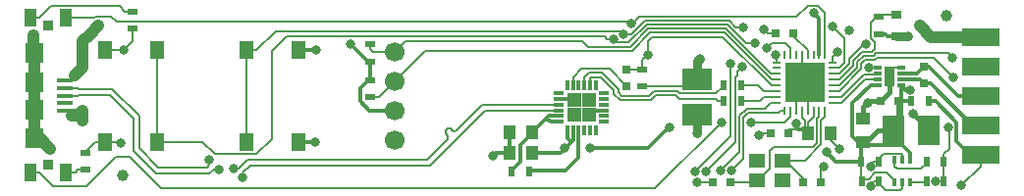
<source format=gbr>
G04 #@! TF.GenerationSoftware,KiCad,Pcbnew,(5.0.0)*
G04 #@! TF.CreationDate,2019-05-10T09:44:01+02:00*
G04 #@! TF.ProjectId,3dsimo_kit,336473696D6F5F6B69742E6B69636164,200A*
G04 #@! TF.SameCoordinates,Original*
G04 #@! TF.FileFunction,Copper,L1,Top,Signal*
G04 #@! TF.FilePolarity,Positive*
%FSLAX46Y46*%
G04 Gerber Fmt 4.6, Leading zero omitted, Abs format (unit mm)*
G04 Created by KiCad (PCBNEW (5.0.0)) date 05/10/19 09:44:01*
%MOMM*%
%LPD*%
G01*
G04 APERTURE LIST*
G04 #@! TA.AperFunction,SMDPad,CuDef*
%ADD10R,0.900000X0.500000*%
G04 #@! TD*
G04 #@! TA.AperFunction,SMDPad,CuDef*
%ADD11R,0.750000X0.800000*%
G04 #@! TD*
G04 #@! TA.AperFunction,SMDPad,CuDef*
%ADD12R,1.950000X2.500000*%
G04 #@! TD*
G04 #@! TA.AperFunction,SMDPad,CuDef*
%ADD13R,2.500000X1.950000*%
G04 #@! TD*
G04 #@! TA.AperFunction,SMDPad,CuDef*
%ADD14R,1.400000X1.200000*%
G04 #@! TD*
G04 #@! TA.AperFunction,SMDPad,CuDef*
%ADD15R,0.800000X0.750000*%
G04 #@! TD*
G04 #@! TA.AperFunction,SMDPad,CuDef*
%ADD16R,1.250000X1.000000*%
G04 #@! TD*
G04 #@! TA.AperFunction,SMDPad,CuDef*
%ADD17R,3.300000X1.500000*%
G04 #@! TD*
G04 #@! TA.AperFunction,SMDPad,CuDef*
%ADD18R,1.500000X1.800000*%
G04 #@! TD*
G04 #@! TA.AperFunction,SMDPad,CuDef*
%ADD19R,1.450000X0.450000*%
G04 #@! TD*
G04 #@! TA.AperFunction,SMDPad,CuDef*
%ADD20R,1.300000X1.300000*%
G04 #@! TD*
G04 #@! TA.AperFunction,SMDPad,CuDef*
%ADD21R,0.300000X0.850000*%
G04 #@! TD*
G04 #@! TA.AperFunction,SMDPad,CuDef*
%ADD22R,0.850000X0.300000*%
G04 #@! TD*
G04 #@! TA.AperFunction,SMDPad,CuDef*
%ADD23R,1.725000X1.725000*%
G04 #@! TD*
G04 #@! TA.AperFunction,SMDPad,CuDef*
%ADD24R,0.700000X0.250000*%
G04 #@! TD*
G04 #@! TA.AperFunction,SMDPad,CuDef*
%ADD25R,0.250000X0.700000*%
G04 #@! TD*
G04 #@! TA.AperFunction,SMDPad,CuDef*
%ADD26R,0.900000X0.900000*%
G04 #@! TD*
G04 #@! TA.AperFunction,SMDPad,CuDef*
%ADD27R,1.100000X1.500000*%
G04 #@! TD*
G04 #@! TA.AperFunction,SMDPad,CuDef*
%ADD28R,0.400000X0.650000*%
G04 #@! TD*
G04 #@! TA.AperFunction,SMDPad,CuDef*
%ADD29R,1.000000X1.250000*%
G04 #@! TD*
G04 #@! TA.AperFunction,SMDPad,CuDef*
%ADD30R,0.500000X0.900000*%
G04 #@! TD*
G04 #@! TA.AperFunction,BGAPad,CuDef*
%ADD31C,1.000000*%
G04 #@! TD*
G04 #@! TA.AperFunction,ComponentPad*
%ADD32C,1.700000*%
G04 #@! TD*
G04 #@! TA.AperFunction,SMDPad,CuDef*
%ADD33R,1.300000X1.550000*%
G04 #@! TD*
G04 #@! TA.AperFunction,SMDPad,CuDef*
%ADD34R,0.900000X0.850000*%
G04 #@! TD*
G04 #@! TA.AperFunction,SMDPad,CuDef*
%ADD35R,0.650000X0.350000*%
G04 #@! TD*
G04 #@! TA.AperFunction,SMDPad,CuDef*
%ADD36R,0.900000X0.800000*%
G04 #@! TD*
G04 #@! TA.AperFunction,ViaPad*
%ADD37C,0.800000*%
G04 #@! TD*
G04 #@! TA.AperFunction,Conductor*
%ADD38C,0.200000*%
G04 #@! TD*
G04 #@! TA.AperFunction,Conductor*
%ADD39C,0.300000*%
G04 #@! TD*
G04 #@! TA.AperFunction,Conductor*
%ADD40C,0.800000*%
G04 #@! TD*
G04 #@! TA.AperFunction,Conductor*
%ADD41C,1.000000*%
G04 #@! TD*
G04 #@! TA.AperFunction,Conductor*
%ADD42C,0.400000*%
G04 #@! TD*
G04 APERTURE END LIST*
D10*
G04 #@! TO.P,R15,2*
G04 #@! TO.N,GND*
X71500000Y-67550000D03*
G04 #@! TO.P,R15,1*
G04 #@! TO.N,Net-(D2-Pad1)*
X71500000Y-69050000D03*
G04 #@! TD*
G04 #@! TO.P,R8,2*
G04 #@! TO.N,/RST*
X119550000Y-60350000D03*
G04 #@! TO.P,R8,1*
G04 #@! TO.N,VBUS*
X119550000Y-61850000D03*
G04 #@! TD*
D11*
G04 #@! TO.P,C11,1*
G04 #@! TO.N,Net-(C11-Pad1)*
X118200000Y-61850000D03*
G04 #@! TO.P,C11,2*
G04 #@! TO.N,/RST*
X118200000Y-60350000D03*
G04 #@! TD*
D12*
G04 #@! TO.P,C13,2*
G04 #@! TO.N,GND*
X144275000Y-65650000D03*
G04 #@! TO.P,C13,1*
G04 #@! TO.N,VBUS*
X141225000Y-65650000D03*
G04 #@! TD*
D13*
G04 #@! TO.P,C12,1*
G04 #@! TO.N,VBUS*
X124300000Y-61225000D03*
G04 #@! TO.P,C12,2*
G04 #@! TO.N,GND*
X124300000Y-64275000D03*
G04 #@! TD*
D14*
G04 #@! TO.P,X2,1*
G04 #@! TO.N,Net-(C9-Pad1)*
X129400000Y-69950000D03*
G04 #@! TO.P,X2,2*
G04 #@! TO.N,N/C*
X131600000Y-69950000D03*
G04 #@! TO.P,X2,3*
G04 #@! TO.N,Net-(C10-Pad1)*
X131600000Y-68250000D03*
G04 #@! TO.P,X2,4*
G04 #@! TO.N,N/C*
X129400000Y-68250000D03*
G04 #@! TD*
D15*
G04 #@! TO.P,C10,2*
G04 #@! TO.N,GND*
X134900000Y-70100000D03*
G04 #@! TO.P,C10,1*
G04 #@! TO.N,Net-(C10-Pad1)*
X133400000Y-70100000D03*
G04 #@! TD*
G04 #@! TO.P,C9,2*
G04 #@! TO.N,GND*
X125650000Y-70100000D03*
G04 #@! TO.P,C9,1*
G04 #@! TO.N,Net-(C9-Pad1)*
X127150000Y-70100000D03*
G04 #@! TD*
D16*
G04 #@! TO.P,C8,2*
G04 #@! TO.N,VBUS*
X138600000Y-66650000D03*
G04 #@! TO.P,C8,1*
G04 #@! TO.N,GND*
X138600000Y-64650000D03*
G04 #@! TD*
D17*
G04 #@! TO.P,J1,9*
G04 #@! TO.N,Net-(J1-Pad9)*
X148700000Y-57550000D03*
G04 #@! TO.P,J1,7*
G04 #@! TO.N,Net-(J1-Pad7)*
X148700000Y-60100000D03*
G04 #@! TO.P,J1,5*
G04 #@! TO.N,/MOTOR2*
X148700000Y-62650000D03*
G04 #@! TO.P,J1,3*
G04 #@! TO.N,/MOTOR1*
X148700000Y-65200000D03*
G04 #@! TO.P,J1,1*
G04 #@! TO.N,/ID*
X148700000Y-67750000D03*
G04 #@! TD*
D18*
G04 #@! TO.P,J2,6*
G04 #@! TO.N,GND*
X67075000Y-66350000D03*
X67075000Y-63850000D03*
X67075000Y-61450000D03*
X67075000Y-58950000D03*
D19*
G04 #@! TO.P,J2,5*
X69750000Y-63950000D03*
G04 #@! TO.P,J2,4*
G04 #@! TO.N,Net-(J2-Pad4)*
X69750000Y-63300000D03*
G04 #@! TO.P,J2,3*
G04 #@! TO.N,/D+*
X69750000Y-62650000D03*
G04 #@! TO.P,J2,2*
G04 #@! TO.N,/D-*
X69750000Y-62000000D03*
G04 #@! TO.P,J2,1*
G04 #@! TO.N,VBUS*
X69750000Y-61350000D03*
G04 #@! TD*
D20*
G04 #@! TO.P,U4,25*
G04 #@! TO.N,GND*
X113650000Y-63000000D03*
X113650000Y-64300000D03*
X114950000Y-63000000D03*
X114950000Y-64300000D03*
D21*
G04 #@! TO.P,U4,24*
G04 #@! TO.N,Net-(U4-Pad24)*
X113050000Y-61700000D03*
G04 #@! TO.P,U4,23*
G04 #@! TO.N,Net-(C11-Pad1)*
X113550000Y-61700000D03*
G04 #@! TO.P,U4,22*
G04 #@! TO.N,Net-(U4-Pad22)*
X114050000Y-61700000D03*
G04 #@! TO.P,U4,21*
G04 #@! TO.N,/CP_TxD*
X114550000Y-61700000D03*
G04 #@! TO.P,U4,20*
G04 #@! TO.N,/CP_RxD*
X115050000Y-61700000D03*
G04 #@! TO.P,U4,19*
G04 #@! TO.N,Net-(U4-Pad19)*
X115550000Y-61700000D03*
D22*
G04 #@! TO.P,U4,18*
G04 #@! TO.N,Net-(U4-Pad18)*
X116250000Y-62400000D03*
G04 #@! TO.P,U4,17*
G04 #@! TO.N,Net-(U4-Pad17)*
X116250000Y-62900000D03*
G04 #@! TO.P,U4,16*
G04 #@! TO.N,N/C*
X116250000Y-63400000D03*
G04 #@! TO.P,U4,15*
G04 #@! TO.N,GND*
X116250000Y-63900000D03*
G04 #@! TO.P,U4,14*
G04 #@! TO.N,Net-(U4-Pad14)*
X116250000Y-64400000D03*
G04 #@! TO.P,U4,13*
G04 #@! TO.N,Net-(U4-Pad13)*
X116250000Y-64900000D03*
D21*
G04 #@! TO.P,U4,12*
G04 #@! TO.N,Net-(U4-Pad12)*
X115550000Y-65600000D03*
G04 #@! TO.P,U4,11*
G04 #@! TO.N,Net-(U4-Pad11)*
X115050000Y-65600000D03*
G04 #@! TO.P,U4,10*
G04 #@! TO.N,N/C*
X114550000Y-65600000D03*
G04 #@! TO.P,U4,9*
G04 #@! TO.N,Net-(R11-Pad1)*
X114050000Y-65600000D03*
G04 #@! TO.P,U4,8*
G04 #@! TO.N,VBUS*
X113550000Y-65600000D03*
G04 #@! TO.P,U4,7*
X113050000Y-65600000D03*
D22*
G04 #@! TO.P,U4,6*
G04 #@! TO.N,VDD*
X112350000Y-64900000D03*
G04 #@! TO.P,U4,5*
X112350000Y-64400000D03*
G04 #@! TO.P,U4,4*
G04 #@! TO.N,/D-*
X112350000Y-63900000D03*
G04 #@! TO.P,U4,3*
G04 #@! TO.N,/D+*
X112350000Y-63400000D03*
G04 #@! TO.P,U4,2*
G04 #@! TO.N,GND*
X112350000Y-62900000D03*
G04 #@! TO.P,U4,1*
G04 #@! TO.N,Net-(U4-Pad1)*
X112350000Y-62400000D03*
G04 #@! TD*
D23*
G04 #@! TO.P,U3,33*
G04 #@! TO.N,GND*
X132687500Y-62362500D03*
X134412500Y-62362500D03*
X132687500Y-60637500D03*
X134412500Y-60637500D03*
D24*
G04 #@! TO.P,U3,32*
G04 #@! TO.N,/NTC_L_EN*
X131150000Y-63250000D03*
G04 #@! TO.P,U3,31*
G04 #@! TO.N,Net-(R6-Pad1)*
X131150000Y-62750000D03*
G04 #@! TO.P,U3,30*
G04 #@! TO.N,Net-(R5-Pad2)*
X131150000Y-62250000D03*
G04 #@! TO.P,U3,29*
G04 #@! TO.N,/RST*
X131150000Y-61750000D03*
G04 #@! TO.P,U3,28*
G04 #@! TO.N,/SCL*
X131150000Y-61250000D03*
G04 #@! TO.P,U3,27*
G04 #@! TO.N,/SDA*
X131150000Y-60750000D03*
G04 #@! TO.P,U3,26*
G04 #@! TO.N,Net-(U3-Pad26)*
X131150000Y-60250000D03*
G04 #@! TO.P,U3,25*
G04 #@! TO.N,/ID*
X131150000Y-59750000D03*
D25*
G04 #@! TO.P,U3,24*
G04 #@! TO.N,/ADC_IN*
X131800000Y-59100000D03*
G04 #@! TO.P,U3,23*
G04 #@! TO.N,/NTC*
X132300000Y-59100000D03*
G04 #@! TO.P,U3,22*
G04 #@! TO.N,Net-(U3-Pad22)*
X132800000Y-59100000D03*
G04 #@! TO.P,U3,21*
G04 #@! TO.N,GND*
X133300000Y-59100000D03*
G04 #@! TO.P,U3,20*
G04 #@! TO.N,Net-(C2-Pad1)*
X133800000Y-59100000D03*
G04 #@! TO.P,U3,19*
G04 #@! TO.N,Net-(U3-Pad19)*
X134300000Y-59100000D03*
G04 #@! TO.P,U3,18*
G04 #@! TO.N,VBUS*
X134800000Y-59100000D03*
G04 #@! TO.P,U3,17*
G04 #@! TO.N,Net-(D1-Pad2)*
X135300000Y-59100000D03*
D24*
G04 #@! TO.P,U3,16*
G04 #@! TO.N,/BTN_DOWN*
X135950000Y-59750000D03*
G04 #@! TO.P,U3,15*
G04 #@! TO.N,/BTN_UP*
X135950000Y-60250000D03*
G04 #@! TO.P,U3,14*
G04 #@! TO.N,/MOTOR_PWM*
X135950000Y-60750000D03*
G04 #@! TO.P,U3,13*
G04 #@! TO.N,/PWR_OUTPUT*
X135950000Y-61250000D03*
G04 #@! TO.P,U3,12*
G04 #@! TO.N,/BTN_EXTRUSION*
X135950000Y-61750000D03*
G04 #@! TO.P,U3,11*
G04 #@! TO.N,/BTN_REVERSE*
X135950000Y-62250000D03*
G04 #@! TO.P,U3,10*
G04 #@! TO.N,/MOTOR_DIR*
X135950000Y-62750000D03*
G04 #@! TO.P,U3,9*
G04 #@! TO.N,/MOTOR_SLEEP*
X135950000Y-63250000D03*
D25*
G04 #@! TO.P,U3,8*
G04 #@! TO.N,Net-(C10-Pad1)*
X135300000Y-63900000D03*
G04 #@! TO.P,U3,7*
G04 #@! TO.N,Net-(C9-Pad1)*
X134800000Y-63900000D03*
G04 #@! TO.P,U3,6*
G04 #@! TO.N,VBUS*
X134300000Y-63900000D03*
G04 #@! TO.P,U3,5*
G04 #@! TO.N,GND*
X133800000Y-63900000D03*
G04 #@! TO.P,U3,4*
G04 #@! TO.N,VBUS*
X133300000Y-63900000D03*
G04 #@! TO.P,U3,3*
G04 #@! TO.N,GND*
X132800000Y-63900000D03*
G04 #@! TO.P,U3,2*
G04 #@! TO.N,Net-(D2-Pad2)*
X132300000Y-63900000D03*
G04 #@! TO.P,U3,1*
G04 #@! TO.N,/NTC_H_EN*
X131800000Y-63900000D03*
G04 #@! TD*
D26*
G04 #@! TO.P,D1,3*
G04 #@! TO.N,N/C*
X68300000Y-56550000D03*
D27*
G04 #@! TO.P,D1,2*
G04 #@! TO.N,Net-(D1-Pad2)*
X69800000Y-55900000D03*
G04 #@! TO.P,D1,1*
G04 #@! TO.N,Net-(D1-Pad1)*
X66800000Y-55900000D03*
G04 #@! TD*
D26*
G04 #@! TO.P,D2,3*
G04 #@! TO.N,N/C*
X68300000Y-68600000D03*
D27*
G04 #@! TO.P,D2,2*
G04 #@! TO.N,Net-(D2-Pad2)*
X66800000Y-69250000D03*
G04 #@! TO.P,D2,1*
G04 #@! TO.N,Net-(D2-Pad1)*
X69800000Y-69250000D03*
G04 #@! TD*
D28*
G04 #@! TO.P,Q2,1*
G04 #@! TO.N,VBUS*
X141300000Y-70100000D03*
G04 #@! TO.P,Q2,3*
G04 #@! TO.N,Net-(Q2-Pad3)*
X142600000Y-70100000D03*
G04 #@! TO.P,Q2,5*
G04 #@! TO.N,/NTC_H_EN*
X141950000Y-68200000D03*
G04 #@! TO.P,Q2,2*
G04 #@! TO.N,/NTC_L_EN*
X141950000Y-70100000D03*
G04 #@! TO.P,Q2,4*
G04 #@! TO.N,VBUS*
X142600000Y-68200000D03*
G04 #@! TO.P,Q2,6*
G04 #@! TO.N,Net-(Q2-Pad6)*
X141300000Y-68200000D03*
G04 #@! TD*
D15*
G04 #@! TO.P,C5,2*
G04 #@! TO.N,GND*
X130650000Y-65850000D03*
G04 #@! TO.P,C5,1*
G04 #@! TO.N,VBUS*
X132150000Y-65850000D03*
G04 #@! TD*
D29*
G04 #@! TO.P,C4,2*
G04 #@! TO.N,VBUS*
X133800000Y-65850000D03*
G04 #@! TO.P,C4,1*
G04 #@! TO.N,GND*
X135800000Y-65850000D03*
G04 #@! TD*
G04 #@! TO.P,C6,2*
G04 #@! TO.N,VDD*
X110050000Y-65800000D03*
G04 #@! TO.P,C6,1*
G04 #@! TO.N,GND*
X108050000Y-65800000D03*
G04 #@! TD*
G04 #@! TO.P,C7,2*
G04 #@! TO.N,GND*
X108050000Y-67550000D03*
G04 #@! TO.P,C7,1*
G04 #@! TO.N,VBUS*
X110050000Y-67550000D03*
G04 #@! TD*
D30*
G04 #@! TO.P,R10,2*
G04 #@! TO.N,/NTC*
X145550000Y-70000000D03*
G04 #@! TO.P,R10,1*
G04 #@! TO.N,Net-(Q2-Pad3)*
X144050000Y-70000000D03*
G04 #@! TD*
D10*
G04 #@! TO.P,R14,2*
G04 #@! TO.N,GND*
X75550000Y-56850000D03*
G04 #@! TO.P,R14,1*
G04 #@! TO.N,Net-(D1-Pad1)*
X75550000Y-55350000D03*
G04 #@! TD*
D30*
G04 #@! TO.P,R13,2*
G04 #@! TO.N,/ID*
X144250000Y-63100000D03*
G04 #@! TO.P,R13,1*
G04 #@! TO.N,VBUS*
X142750000Y-63100000D03*
G04 #@! TD*
G04 #@! TO.P,R11,2*
G04 #@! TO.N,VDD*
X108300000Y-69200000D03*
G04 #@! TO.P,R11,1*
G04 #@! TO.N,Net-(R11-Pad1)*
X109800000Y-69200000D03*
G04 #@! TD*
G04 #@! TO.P,R7,2*
G04 #@! TO.N,/NTC_L_EN*
X139950000Y-70000000D03*
G04 #@! TO.P,R7,1*
G04 #@! TO.N,VBUS*
X138450000Y-70000000D03*
G04 #@! TD*
G04 #@! TO.P,R6,2*
G04 #@! TO.N,/CP_RxD*
X126550000Y-63100000D03*
G04 #@! TO.P,R6,1*
G04 #@! TO.N,Net-(R6-Pad1)*
X128050000Y-63100000D03*
G04 #@! TD*
G04 #@! TO.P,R5,2*
G04 #@! TO.N,Net-(R5-Pad2)*
X128050000Y-61700000D03*
G04 #@! TO.P,R5,1*
G04 #@! TO.N,/CP_TxD*
X126550000Y-61700000D03*
G04 #@! TD*
G04 #@! TO.P,R12,2*
G04 #@! TO.N,VBUS*
X138400000Y-68300000D03*
G04 #@! TO.P,R12,1*
G04 #@! TO.N,/NTC_H_EN*
X139900000Y-68300000D03*
G04 #@! TD*
D15*
G04 #@! TO.P,C3,2*
G04 #@! TO.N,GND*
X140100000Y-63100000D03*
G04 #@! TO.P,C3,1*
G04 #@! TO.N,VBUS*
X141600000Y-63100000D03*
G04 #@! TD*
D31*
G04 #@! TO.P,J4,1*
G04 #@! TO.N,N/C*
X74700000Y-69500000D03*
G04 #@! TD*
G04 #@! TO.P,J3,1*
G04 #@! TO.N,N/C*
X145800000Y-55750000D03*
G04 #@! TD*
D32*
G04 #@! TO.P,U2,4*
G04 #@! TO.N,GND*
X98200000Y-66470000D03*
G04 #@! TO.P,U2,3*
G04 #@! TO.N,VBUS*
X98200000Y-63920000D03*
G04 #@! TO.P,U2,2*
G04 #@! TO.N,/SCL*
X98200000Y-61380000D03*
G04 #@! TO.P,U2,1*
G04 #@! TO.N,/SDA*
X98200000Y-58840000D03*
G04 #@! TD*
D33*
G04 #@! TO.P,SW2,2*
G04 #@! TO.N,/BTN_UP*
X85425000Y-58675000D03*
G04 #@! TO.P,SW2,1*
G04 #@! TO.N,GND*
X89925000Y-58675000D03*
G04 #@! TO.P,SW2,2*
G04 #@! TO.N,/BTN_UP*
X85425000Y-66675000D03*
G04 #@! TO.P,SW2,1*
G04 #@! TO.N,GND*
X89925000Y-66675000D03*
G04 #@! TD*
G04 #@! TO.P,SW1,2*
G04 #@! TO.N,/BTN_DOWN*
X77700000Y-66650000D03*
G04 #@! TO.P,SW1,1*
G04 #@! TO.N,GND*
X73200000Y-66650000D03*
G04 #@! TO.P,SW1,2*
G04 #@! TO.N,/BTN_DOWN*
X77700000Y-58650000D03*
G04 #@! TO.P,SW1,1*
G04 #@! TO.N,GND*
X73200000Y-58650000D03*
G04 #@! TD*
D34*
G04 #@! TO.P,U1,9*
G04 #@! TO.N,GND*
X140850000Y-61425000D03*
X140850000Y-60575000D03*
D35*
G04 #@! TO.P,U1,8*
G04 #@! TO.N,VBUS*
X139850000Y-61750000D03*
G04 #@! TO.P,U1,7*
G04 #@! TO.N,/MOTOR_SLEEP*
X139850000Y-61250000D03*
G04 #@! TO.P,U1,6*
G04 #@! TO.N,/MOTOR_DIR*
X139850000Y-60750000D03*
G04 #@! TO.P,U1,5*
G04 #@! TO.N,/MOTOR_PWM*
X139850000Y-60250000D03*
G04 #@! TO.P,U1,4*
G04 #@! TO.N,GND*
X141850000Y-60250000D03*
G04 #@! TO.P,U1,3*
G04 #@! TO.N,/MOTOR2*
X141850000Y-60750000D03*
G04 #@! TO.P,U1,2*
G04 #@! TO.N,/MOTOR1*
X141850000Y-61250000D03*
G04 #@! TO.P,U1,1*
G04 #@! TO.N,VBUS*
X141850000Y-61750000D03*
G04 #@! TD*
D36*
G04 #@! TO.P,Q1,1*
G04 #@! TO.N,/PWR_OUTPUT*
X141450000Y-55600000D03*
G04 #@! TO.P,Q1,2*
G04 #@! TO.N,VBUS*
X141450000Y-57500000D03*
G04 #@! TO.P,Q1,3*
G04 #@! TO.N,Net-(J1-Pad9)*
X143450000Y-56550000D03*
G04 #@! TD*
D15*
G04 #@! TO.P,C2,2*
G04 #@! TO.N,GND*
X131050000Y-57250000D03*
G04 #@! TO.P,C2,1*
G04 #@! TO.N,Net-(C2-Pad1)*
X132550000Y-57250000D03*
G04 #@! TD*
D11*
G04 #@! TO.P,C1,2*
G04 #@! TO.N,/MOTOR1*
X143850000Y-61600000D03*
G04 #@! TO.P,C1,1*
G04 #@! TO.N,/MOTOR2*
X143850000Y-60100000D03*
G04 #@! TD*
D10*
G04 #@! TO.P,R3,2*
G04 #@! TO.N,/PWR_OUTPUT*
X139950000Y-55800000D03*
G04 #@! TO.P,R3,1*
G04 #@! TO.N,VBUS*
X139950000Y-57300000D03*
G04 #@! TD*
D30*
G04 #@! TO.P,R4,2*
G04 #@! TO.N,/NTC*
X145550000Y-68300000D03*
G04 #@! TO.P,R4,1*
G04 #@! TO.N,Net-(Q2-Pad6)*
X144050000Y-68300000D03*
G04 #@! TD*
D10*
G04 #@! TO.P,R1,2*
G04 #@! TO.N,/SCL*
X96100000Y-62775000D03*
G04 #@! TO.P,R1,1*
G04 #@! TO.N,VBUS*
X96100000Y-61275000D03*
G04 #@! TD*
G04 #@! TO.P,R2,2*
G04 #@! TO.N,/SDA*
X96100000Y-58175000D03*
G04 #@! TO.P,R2,1*
G04 #@! TO.N,VBUS*
X96100000Y-59675000D03*
G04 #@! TD*
D37*
G04 #@! TO.N,/NTC*
X124050000Y-69200000D03*
X144850000Y-70000000D03*
X130309627Y-58490373D03*
X145950000Y-65350000D03*
X127150000Y-59900000D03*
G04 #@! TO.N,GND*
X134412500Y-62362500D03*
X134412500Y-60637500D03*
X132687500Y-62362500D03*
X140850000Y-60575000D03*
X140850000Y-61425000D03*
G04 #@! TO.N,VBUS*
X142500000Y-57500000D03*
G04 #@! TO.N,GND*
X137399990Y-56999990D03*
X124256086Y-70127389D03*
X135200000Y-68750000D03*
X132732543Y-60655404D03*
X129564807Y-66089416D03*
X74800000Y-58650000D03*
X68450000Y-67200000D03*
X71300001Y-63950000D03*
X71300000Y-64750000D03*
X74558733Y-66773697D03*
X113650000Y-63000000D03*
X114950000Y-63000000D03*
X114950000Y-64300000D03*
X113650000Y-64300000D03*
X106650000Y-67800000D03*
X67050000Y-57450000D03*
X130034087Y-56950010D03*
X91300000Y-66675000D03*
X91400000Y-58700000D03*
X136550000Y-67200000D03*
X138950000Y-63250000D03*
X142850000Y-64200000D03*
X124300000Y-65850000D03*
G04 #@! TO.N,/BTN_DOWN*
X136350000Y-58900000D03*
X129217172Y-58099990D03*
X117075091Y-57719315D03*
G04 #@! TO.N,/BTN_UP*
X135949998Y-56650000D03*
X128250000Y-56700000D03*
X117950383Y-57350010D03*
G04 #@! TO.N,/BTN_REVERSE*
X146350000Y-61050000D03*
G04 #@! TO.N,/BTN_EXTRUSION*
X146300000Y-59350000D03*
G04 #@! TO.N,/MOTOR_PWM*
X139073547Y-60174989D03*
X138800000Y-58174956D03*
G04 #@! TO.N,/NTC_H_EN*
X127259049Y-69100021D03*
X139208665Y-68772908D03*
G04 #@! TO.N,VBUS*
X142650000Y-62149994D03*
X132800000Y-65000000D03*
X71900000Y-57300000D03*
X72650000Y-56549996D03*
X115050000Y-67150000D03*
X112850000Y-67150000D03*
X134350000Y-55500000D03*
X135400000Y-67500000D03*
X94400000Y-58200000D03*
X124500000Y-59450002D03*
X121850000Y-65350000D03*
G04 #@! TO.N,/NTC_L_EN*
X126290397Y-69100021D03*
X139247736Y-70499986D03*
G04 #@! TO.N,/RST*
X120006405Y-59099979D03*
G04 #@! TO.N,/ID*
X147050000Y-70400000D03*
X125009633Y-69209620D03*
X128145383Y-60154617D03*
X131049979Y-59100000D03*
G04 #@! TO.N,Net-(D2-Pad2)*
X126349968Y-64950006D03*
X128900031Y-64950000D03*
G04 #@! TO.N,Net-(D1-Pad2)*
X118575393Y-56425393D03*
G04 #@! TO.N,/D-*
X82211091Y-68211091D03*
X85088909Y-69688909D03*
G04 #@! TO.N,/D+*
X82988909Y-68988909D03*
X84311091Y-68911091D03*
G04 #@! TD*
D38*
G04 #@! TO.N,/NTC*
X145550000Y-70000000D02*
X145550000Y-68300000D01*
X144850000Y-70000000D02*
X145550000Y-70000000D01*
X132300000Y-58550000D02*
X131840374Y-58090374D01*
X130709626Y-58090374D02*
X130309627Y-58490373D01*
X131840374Y-58090374D02*
X130709626Y-58090374D01*
X132300000Y-59100000D02*
X132300000Y-58550000D01*
X146000000Y-65400000D02*
X145950000Y-65350000D01*
X146000000Y-67200000D02*
X146000000Y-65400000D01*
X145550000Y-68300000D02*
X145550000Y-67650000D01*
X145550000Y-67650000D02*
X146000000Y-67200000D01*
X127150000Y-66100000D02*
X127150000Y-60465685D01*
X127150000Y-60465685D02*
X127150000Y-59900000D01*
X124050000Y-69200000D02*
X127150000Y-66100000D01*
G04 #@! TO.N,GND*
X141175000Y-60250000D02*
X140850000Y-60575000D01*
X141850000Y-60250000D02*
X141175000Y-60250000D01*
D39*
G04 #@! TO.N,VBUS*
X140500000Y-57300000D02*
X140700000Y-57500000D01*
X139950000Y-57300000D02*
X140500000Y-57300000D01*
X141450000Y-57500000D02*
X140700000Y-57500000D01*
D40*
X141450000Y-57500000D02*
X142500000Y-57500000D01*
D38*
G04 #@! TO.N,GND*
X137149980Y-57250000D02*
X137399990Y-56999990D01*
X133300000Y-60025000D02*
X132687500Y-60637500D01*
X133300000Y-59100000D02*
X133300000Y-60025000D01*
X124283475Y-70100000D02*
X124256086Y-70127389D01*
X125650000Y-70100000D02*
X124283475Y-70100000D01*
X134900000Y-70100000D02*
X134900000Y-69050000D01*
X134900000Y-69050000D02*
X135200000Y-68750000D01*
X132800000Y-62475000D02*
X132687500Y-62362500D01*
X132800000Y-63900000D02*
X132800000Y-62475000D01*
X133800000Y-62975000D02*
X134412500Y-62362500D01*
X133800000Y-63900000D02*
X133800000Y-62975000D01*
X132687500Y-62362500D02*
X134412500Y-62362500D01*
X132687500Y-60637500D02*
X134412500Y-60637500D01*
X132687500Y-60637500D02*
X132687500Y-62362500D01*
X134412500Y-60637500D02*
X134412500Y-62362500D01*
X73200000Y-58650000D02*
X74800000Y-58650000D01*
D41*
X67075000Y-66350000D02*
X67075000Y-63850000D01*
X67075000Y-63850000D02*
X67075000Y-61450000D01*
X67075000Y-61450000D02*
X67075000Y-58950000D01*
X67075000Y-66350000D02*
X67600000Y-66350000D01*
X67600000Y-66350000D02*
X68450000Y-67200000D01*
D39*
X69750000Y-63950000D02*
X71300001Y-63950000D01*
D41*
X71300001Y-63950000D02*
X71300001Y-64749999D01*
X71300001Y-64749999D02*
X71300000Y-64750000D01*
X70350001Y-64349999D02*
X70649999Y-64349999D01*
X71300001Y-63950000D02*
X70900001Y-64350000D01*
X70900001Y-64350000D02*
X70350001Y-64349999D01*
D38*
X73200000Y-66650000D02*
X74435036Y-66650000D01*
X74435036Y-66650000D02*
X74558733Y-66773697D01*
D39*
X113550000Y-62900000D02*
X113650000Y-63000000D01*
X112350000Y-62900000D02*
X113550000Y-62900000D01*
X115350000Y-63900000D02*
X114950000Y-64300000D01*
X116250000Y-63900000D02*
X115350000Y-63900000D01*
X108050000Y-67550000D02*
X106900000Y-67550000D01*
X106900000Y-67550000D02*
X106650000Y-67800000D01*
D41*
X67075000Y-58950000D02*
X67050000Y-58925000D01*
X67050000Y-58925000D02*
X67050000Y-57450000D01*
D39*
X108050000Y-65800000D02*
X108050000Y-67550000D01*
D38*
X131050000Y-57250000D02*
X130334077Y-57250000D01*
X130334077Y-57250000D02*
X130034087Y-56950010D01*
D39*
X89925000Y-66675000D02*
X91300000Y-66675000D01*
X91375000Y-58675000D02*
X91400000Y-58700000D01*
X89925000Y-58675000D02*
X91375000Y-58675000D01*
D38*
X135800000Y-66450000D02*
X136150001Y-66800001D01*
X136150001Y-66800001D02*
X136550000Y-67200000D01*
X135800000Y-65550000D02*
X135800000Y-66450000D01*
D42*
X138600000Y-63600000D02*
X138950000Y-63250000D01*
X138600000Y-64650000D02*
X138600000Y-63600000D01*
X139100000Y-63100000D02*
X138950000Y-63250000D01*
X140100000Y-63100000D02*
X139100000Y-63100000D01*
X140850000Y-62350000D02*
X140100000Y-63100000D01*
X140850000Y-61425000D02*
X140850000Y-62350000D01*
X144275000Y-65650000D02*
X144275000Y-65625000D01*
X144275000Y-65625000D02*
X142850000Y-64200000D01*
D40*
X124300000Y-64275000D02*
X124300000Y-65850000D01*
D38*
X129754223Y-65900000D02*
X129564807Y-66089416D01*
X130450000Y-65900000D02*
X129754223Y-65900000D01*
X130650000Y-65700000D02*
X130450000Y-65900000D01*
X75550000Y-57900000D02*
X74800000Y-58650000D01*
X75550000Y-56850000D02*
X75550000Y-57900000D01*
X71500000Y-67500000D02*
X71500000Y-67550000D01*
X72350000Y-66650000D02*
X71500000Y-67500000D01*
X73200000Y-66650000D02*
X72350000Y-66650000D01*
G04 #@! TO.N,/PWR_OUTPUT*
X140150000Y-55600000D02*
X139950000Y-55800000D01*
X141450000Y-55600000D02*
X140150000Y-55600000D01*
X137700023Y-60049977D02*
X137700023Y-59596531D01*
X138471588Y-58824966D02*
X139337038Y-58824966D01*
X139337038Y-58824966D02*
X139550002Y-58612002D01*
X139550002Y-57987998D02*
X139212002Y-57649998D01*
X139212002Y-57649998D02*
X139212002Y-56337998D01*
X139550002Y-58612002D02*
X139550002Y-57987998D01*
X137700023Y-59596531D02*
X138471588Y-58824966D01*
X139212002Y-56337998D02*
X139750000Y-55800000D01*
X139750000Y-55800000D02*
X139950000Y-55800000D01*
X135950000Y-61250000D02*
X136500000Y-61250000D01*
X136500000Y-61250000D02*
X137700023Y-60049977D01*
G04 #@! TO.N,/BTN_DOWN*
X77700000Y-58650000D02*
X77700000Y-66650000D01*
X135950000Y-59300000D02*
X136350000Y-58900000D01*
X135950000Y-59750000D02*
X135950000Y-59300000D01*
X129317190Y-58099990D02*
X129217172Y-58099990D01*
X86275001Y-67700001D02*
X87600000Y-66375002D01*
X119915062Y-56499968D02*
X118365052Y-58049978D01*
X87600000Y-66375002D02*
X87600000Y-58800000D01*
X116509406Y-57719315D02*
X117075091Y-57719315D01*
X117405754Y-58049978D02*
X117075091Y-57719315D01*
X116290091Y-57500000D02*
X116509406Y-57719315D01*
X81612004Y-66650000D02*
X82662005Y-67700001D01*
X87600000Y-58800000D02*
X88900000Y-57500000D01*
X129217172Y-58099990D02*
X128494980Y-58099990D01*
X126894957Y-56499967D02*
X119915062Y-56499968D01*
X118365052Y-58049978D02*
X117405754Y-58049978D01*
X128494980Y-58099990D02*
X126894957Y-56499967D01*
X82662005Y-67700001D02*
X86275001Y-67700001D01*
X88900000Y-57500000D02*
X116290091Y-57500000D01*
X77700000Y-66650000D02*
X81612004Y-66650000D01*
G04 #@! TO.N,/BTN_UP*
X136500000Y-60250000D02*
X137000000Y-59750000D01*
X137000000Y-57700002D02*
X135949998Y-56650000D01*
X135950000Y-60250000D02*
X136500000Y-60250000D01*
X137000000Y-59750000D02*
X137000000Y-57700002D01*
X85425000Y-66675000D02*
X85425000Y-58675000D01*
X127039935Y-56149957D02*
X119770082Y-56149958D01*
X85425000Y-58675000D02*
X86275000Y-58675000D01*
X119770082Y-56149958D02*
X118570030Y-57350010D01*
X118516068Y-57350010D02*
X117950383Y-57350010D01*
X127589980Y-56700000D02*
X127039935Y-56149957D01*
X118570030Y-57350010D02*
X118516068Y-57350010D01*
X87899989Y-57050011D02*
X117650384Y-57050011D01*
X128250000Y-56700000D02*
X127589980Y-56700000D01*
X117650384Y-57050011D02*
X117950383Y-57350010D01*
X86275000Y-58675000D02*
X87899989Y-57050011D01*
G04 #@! TO.N,/BTN_REVERSE*
X144674996Y-59374996D02*
X146350000Y-61050000D01*
X138761546Y-59524988D02*
X139626996Y-59524988D01*
X139776988Y-59374996D02*
X144674996Y-59374996D01*
X139626996Y-59524988D02*
X139776988Y-59374996D01*
X138423546Y-59862988D02*
X138761546Y-59524988D01*
X138423546Y-60326454D02*
X138423546Y-59862988D01*
X136500000Y-62250000D02*
X138423546Y-60326454D01*
X135950000Y-62250000D02*
X136500000Y-62250000D01*
G04 #@! TO.N,/BTN_EXTRUSION*
X139706993Y-58950001D02*
X145900001Y-58950001D01*
X138073536Y-60176464D02*
X138073536Y-59718008D01*
X139482017Y-59174977D02*
X139706993Y-58950001D01*
X145900001Y-58950001D02*
X146300000Y-59350000D01*
X138616567Y-59174977D02*
X139482017Y-59174977D01*
X138073536Y-59718008D02*
X138616567Y-59174977D01*
X136500000Y-61750000D02*
X138073536Y-60176464D01*
X135950000Y-61750000D02*
X136500000Y-61750000D01*
G04 #@! TO.N,/MOTOR_PWM*
X138626608Y-58174956D02*
X138800000Y-58174956D01*
X136500000Y-60750000D02*
X137350012Y-59899988D01*
X135950000Y-60750000D02*
X136500000Y-60750000D01*
X139850000Y-60250000D02*
X139148558Y-60250000D01*
X137350012Y-59899988D02*
X137350012Y-59451552D01*
X137350012Y-59451552D02*
X138626608Y-58174956D01*
X139148558Y-60250000D02*
X139073547Y-60174989D01*
G04 #@! TO.N,/MOTOR_DIR*
X138669991Y-60824999D02*
X139775001Y-60824999D01*
X136744990Y-62750000D02*
X138669991Y-60824999D01*
X135950000Y-62750000D02*
X136744990Y-62750000D01*
X139775001Y-60824999D02*
X139850000Y-60750000D01*
G04 #@! TO.N,/MOTOR_SLEEP*
X136739980Y-63250000D02*
X138739980Y-61250000D01*
X135950000Y-63250000D02*
X136739980Y-63250000D01*
X138739980Y-61250000D02*
X139850000Y-61250000D01*
G04 #@! TO.N,Net-(Q2-Pad6)*
X141525000Y-68950000D02*
X143600000Y-68950000D01*
X144050000Y-68500000D02*
X144050000Y-68300000D01*
X143600000Y-68950000D02*
X144050000Y-68500000D01*
X141300000Y-68200000D02*
X141300000Y-68725000D01*
X141300000Y-68725000D02*
X141525000Y-68950000D01*
G04 #@! TO.N,/NTC_H_EN*
X141950000Y-67675000D02*
X141950000Y-68200000D01*
X141899999Y-67624999D02*
X141950000Y-67675000D01*
X140375001Y-67624999D02*
X141899999Y-67624999D01*
X139900000Y-68100000D02*
X140375001Y-67624999D01*
X139900000Y-68300000D02*
X139900000Y-68100000D01*
X139900000Y-68300000D02*
X139450000Y-68300000D01*
X139208665Y-68541335D02*
X139208665Y-68772908D01*
X139450000Y-68300000D02*
X139208665Y-68541335D01*
X128250021Y-68109049D02*
X127659048Y-68700022D01*
X131275002Y-64099998D02*
X128694993Y-64099999D01*
X128250021Y-64544971D02*
X128250021Y-68109049D01*
X127659048Y-68700022D02*
X127259049Y-69100021D01*
X131800000Y-63900000D02*
X131475000Y-63900000D01*
X131475000Y-63900000D02*
X131275002Y-64099998D01*
X128694993Y-64099999D02*
X128250021Y-64544971D01*
G04 #@! TO.N,VBUS*
X132150000Y-65550000D02*
X133800000Y-65550000D01*
X133600000Y-65350000D02*
X133800000Y-65550000D01*
X133600000Y-64800000D02*
X133600000Y-65350000D01*
X133300000Y-63900000D02*
X133300000Y-64500000D01*
X133300000Y-64500000D02*
X133600000Y-64800000D01*
X138400000Y-69950000D02*
X138450000Y-70000000D01*
X138400000Y-68300000D02*
X138400000Y-69950000D01*
D39*
X141850000Y-63350000D02*
X141600000Y-63100000D01*
X141850000Y-64800000D02*
X141850000Y-63350000D01*
X141600000Y-63100000D02*
X142750000Y-63100000D01*
X141850000Y-62850000D02*
X141600000Y-63100000D01*
X141850000Y-61750000D02*
X141850000Y-62850000D01*
D38*
X141850000Y-62100000D02*
X141899994Y-62149994D01*
X141899994Y-62149994D02*
X142650000Y-62149994D01*
D39*
X142249994Y-62149994D02*
X141850000Y-61750000D01*
X142650000Y-62149994D02*
X142249994Y-62149994D01*
X133000000Y-65550000D02*
X132800000Y-65350000D01*
X132800000Y-65350000D02*
X132800000Y-65000000D01*
X133800000Y-65550000D02*
X133000000Y-65550000D01*
X142600000Y-67575000D02*
X142600000Y-68200000D01*
X141850000Y-64800000D02*
X141850000Y-66825000D01*
X141850000Y-66825000D02*
X142600000Y-67575000D01*
X141775000Y-66900000D02*
X141850000Y-66825000D01*
X138400000Y-66900000D02*
X141775000Y-66900000D01*
X138400000Y-68300000D02*
X138400000Y-66900000D01*
D38*
X133800000Y-64955010D02*
X133800000Y-65550000D01*
X134300000Y-63900000D02*
X134300000Y-64455010D01*
X134300000Y-64455010D02*
X133800000Y-64955010D01*
D39*
X70200000Y-61350000D02*
X70500000Y-61050000D01*
X69750000Y-61350000D02*
X70200000Y-61350000D01*
X113550000Y-66450000D02*
X113550000Y-65600000D01*
X110050000Y-67550000D02*
X112450000Y-67550000D01*
X113300000Y-66575000D02*
X113300000Y-66700000D01*
X113050000Y-66325000D02*
X113300000Y-66575000D01*
X113050000Y-65600000D02*
X113050000Y-66325000D01*
X112450000Y-67550000D02*
X113300000Y-66700000D01*
X113300000Y-66700000D02*
X113550000Y-66450000D01*
D41*
X72650000Y-56550000D02*
X72650000Y-56549996D01*
X71900000Y-57300000D02*
X72650000Y-56550000D01*
D39*
X134800000Y-59100000D02*
X134800000Y-55950000D01*
X134800000Y-55950000D02*
X134350000Y-55500000D01*
X136200000Y-68300000D02*
X138400000Y-68300000D01*
X135400000Y-67500000D02*
X136200000Y-68300000D01*
D38*
X140624999Y-69299999D02*
X139590160Y-69299999D01*
X139040171Y-69849988D02*
X138600012Y-69849988D01*
X139590160Y-69299999D02*
X139040171Y-69849988D01*
X138600012Y-69849988D02*
X138450000Y-70000000D01*
X141300000Y-70100000D02*
X141300000Y-69975000D01*
X141300000Y-69975000D02*
X140624999Y-69299999D01*
D39*
X96100000Y-59675000D02*
X96100000Y-61275000D01*
X95875000Y-59675000D02*
X94400000Y-58200000D01*
X96100000Y-59675000D02*
X95875000Y-59675000D01*
X95900000Y-61275000D02*
X96100000Y-61275000D01*
X95200000Y-61975000D02*
X95900000Y-61275000D01*
X95200000Y-63115002D02*
X95200000Y-61975000D01*
X98200000Y-63920000D02*
X96004998Y-63920000D01*
X96004998Y-63920000D02*
X95200000Y-63115002D01*
D42*
X141600000Y-65275000D02*
X141225000Y-65650000D01*
X141600000Y-63100000D02*
X141600000Y-65275000D01*
D39*
X139225000Y-61750000D02*
X137674999Y-63300001D01*
D42*
X138850000Y-66650000D02*
X138600000Y-66650000D01*
D39*
X139850000Y-61750000D02*
X139225000Y-61750000D01*
D42*
X139850000Y-65650000D02*
X138850000Y-66650000D01*
D39*
X137674999Y-66174999D02*
X138400000Y-66900000D01*
X137674999Y-63300001D02*
X137674999Y-66174999D01*
D42*
X141225000Y-65650000D02*
X139850000Y-65650000D01*
D39*
X115050000Y-67150000D02*
X120050000Y-67150000D01*
X120050000Y-67150000D02*
X121450001Y-65749999D01*
X121450001Y-65749999D02*
X121850000Y-65350000D01*
D40*
X124300000Y-59650002D02*
X124500000Y-59450002D01*
X124300000Y-61225000D02*
X124300000Y-59650002D01*
D38*
X124100001Y-59850001D02*
X124500000Y-59450002D01*
X124100001Y-61549999D02*
X124100001Y-59850001D01*
X119550000Y-61850000D02*
X123800000Y-61850000D01*
X123800000Y-61850000D02*
X124100001Y-61549999D01*
D41*
X71300000Y-57900000D02*
X71900000Y-57300000D01*
X70600000Y-60900000D02*
X71300000Y-60200000D01*
X71300000Y-60200000D02*
X71300000Y-57900000D01*
D38*
G04 #@! TO.N,Net-(R5-Pad2)*
X130050000Y-62250000D02*
X131150000Y-62250000D01*
X127950000Y-61700000D02*
X129500000Y-61700000D01*
X129500000Y-61700000D02*
X130050000Y-62250000D01*
G04 #@! TO.N,/CP_TxD*
X117450000Y-62325002D02*
X117774998Y-62650000D01*
X114550000Y-61075000D02*
X114950011Y-60674989D01*
X114950011Y-60674989D02*
X116069980Y-60674990D01*
X122744991Y-62450001D02*
X125899999Y-62450001D01*
X125899999Y-62450001D02*
X126450000Y-61900000D01*
X126450000Y-61900000D02*
X126450000Y-61700000D01*
X117450000Y-62055010D02*
X117450000Y-62325002D01*
X114550000Y-61700000D02*
X114550000Y-61075000D01*
X120150000Y-62650000D02*
X120550011Y-62249989D01*
X122544980Y-62249990D02*
X122744991Y-62450001D01*
X116069980Y-60674990D02*
X117450000Y-62055010D01*
X117774998Y-62650000D02*
X120150000Y-62650000D01*
X120550011Y-62249989D02*
X122544980Y-62249990D01*
G04 #@! TO.N,Net-(R6-Pad1)*
X129700000Y-63100000D02*
X127950000Y-63100000D01*
X131150000Y-62750000D02*
X130050000Y-62750000D01*
X130050000Y-62750000D02*
X129700000Y-63100000D01*
G04 #@! TO.N,/CP_RxD*
X126000000Y-63100000D02*
X126450000Y-63100000D01*
X125850000Y-62950000D02*
X126000000Y-63100000D01*
X122750000Y-62950000D02*
X125850000Y-62950000D01*
X122400000Y-62600000D02*
X122750000Y-62950000D01*
X120694990Y-62600000D02*
X122400000Y-62600000D01*
X120294980Y-63000010D02*
X120694990Y-62600000D01*
X117630019Y-63000011D02*
X120294980Y-63000010D01*
X117099990Y-62469982D02*
X117630019Y-63000011D01*
X115925000Y-61025000D02*
X117099989Y-62199989D01*
X117099989Y-62199989D02*
X117099990Y-62469982D01*
X115100000Y-61025000D02*
X115925000Y-61025000D01*
X115050000Y-61700000D02*
X115050000Y-61075000D01*
X115050000Y-61075000D02*
X115100000Y-61025000D01*
G04 #@! TO.N,/NTC_L_EN*
X139500000Y-70000000D02*
X139247736Y-70252264D01*
X139950000Y-70000000D02*
X139500000Y-70000000D01*
X139247736Y-70252264D02*
X139247736Y-70499986D01*
X139247736Y-70547736D02*
X139247736Y-70499986D01*
X141950000Y-70100000D02*
X141950000Y-70625000D01*
X141950000Y-70625000D02*
X141775001Y-70799999D01*
X140549999Y-70799999D02*
X141775001Y-70799999D01*
X139950000Y-70200000D02*
X140549999Y-70799999D01*
X139950000Y-70000000D02*
X139950000Y-70200000D01*
X128550001Y-63749988D02*
X127900010Y-64399979D01*
X126690396Y-68700022D02*
X126290397Y-69100021D01*
X130600000Y-63250000D02*
X130100012Y-63749988D01*
X127900010Y-67490408D02*
X126690396Y-68700022D01*
X131150000Y-63250000D02*
X130600000Y-63250000D01*
X127900010Y-64399979D02*
X127900010Y-67490408D01*
X130100012Y-63749988D02*
X128550001Y-63749988D01*
G04 #@! TO.N,/RST*
X118200000Y-60350000D02*
X119550000Y-60350000D01*
X119550000Y-59556384D02*
X120006405Y-59099979D01*
X119550000Y-60350000D02*
X119550000Y-59556384D01*
X120006405Y-57893595D02*
X120006405Y-59099979D01*
X120350000Y-57550000D02*
X120006405Y-57893595D01*
X126460020Y-57550000D02*
X120350000Y-57550000D01*
X131150000Y-61750000D02*
X130660020Y-61750000D01*
X130660020Y-61750000D02*
X126460020Y-57550000D01*
D39*
G04 #@! TO.N,Net-(R11-Pad1)*
X114050000Y-65600000D02*
X114050000Y-68000000D01*
X112950000Y-69100000D02*
X109800000Y-69100000D01*
X114050000Y-68000000D02*
X112950000Y-69100000D01*
G04 #@! TO.N,VDD*
X112350000Y-64400000D02*
X111450000Y-64400000D01*
X111425000Y-64700000D02*
X111150000Y-64700000D01*
X111625000Y-64900000D02*
X111425000Y-64700000D01*
X112350000Y-64900000D02*
X111625000Y-64900000D01*
X111450000Y-64400000D02*
X111150000Y-64700000D01*
X111150000Y-64700000D02*
X110050000Y-65800000D01*
X109050000Y-68350000D02*
X108300000Y-69100000D01*
X109050000Y-66925000D02*
X109050000Y-68350000D01*
X110050000Y-65800000D02*
X110050000Y-65925000D01*
X110050000Y-65925000D02*
X109050000Y-66925000D01*
D38*
G04 #@! TO.N,/ID*
X148700000Y-68750000D02*
X148700000Y-67750000D01*
X147050000Y-70400000D02*
X148700000Y-68750000D01*
X131150000Y-59750000D02*
X131150000Y-59200021D01*
X131150000Y-59200021D02*
X131049979Y-59100000D01*
D39*
X146650001Y-64950001D02*
X144800000Y-63100000D01*
X144800000Y-63100000D02*
X144250000Y-63100000D01*
X148700000Y-67750000D02*
X147800000Y-67750000D01*
X147800000Y-67750000D02*
X146650001Y-66600001D01*
X146650001Y-66600001D02*
X146650001Y-64950001D01*
D38*
X127745384Y-60554616D02*
X128145383Y-60154617D01*
X127745384Y-60854614D02*
X127745384Y-60554616D01*
X127549999Y-61049999D02*
X127745384Y-60854614D01*
X127549999Y-66669254D02*
X127549999Y-61049999D01*
X125009633Y-69209620D02*
X127549999Y-66669254D01*
G04 #@! TO.N,Net-(D1-Pad1)*
X66800000Y-56100000D02*
X66800000Y-55150000D01*
X67550000Y-55900000D02*
X66800000Y-55900000D01*
X68550001Y-54899999D02*
X67550000Y-55900000D01*
X74449999Y-54899999D02*
X68550001Y-54899999D01*
X74900000Y-55350000D02*
X74449999Y-54899999D01*
X75550000Y-55350000D02*
X74900000Y-55350000D01*
G04 #@! TO.N,Net-(D2-Pad1)*
X70850000Y-69050000D02*
X70650000Y-69250000D01*
X71500000Y-69050000D02*
X70850000Y-69050000D01*
X69800000Y-69250000D02*
X70650000Y-69250000D01*
G04 #@! TO.N,Net-(Q2-Pad3)*
X143950000Y-70100000D02*
X144050000Y-70000000D01*
X142600000Y-70100000D02*
X143950000Y-70100000D01*
G04 #@! TO.N,Net-(C2-Pad1)*
X133800000Y-59100000D02*
X133800000Y-58712002D01*
X132550000Y-57462002D02*
X132550000Y-57250000D01*
X133800000Y-58712002D02*
X132550000Y-57462002D01*
D39*
G04 #@! TO.N,/MOTOR1*
X143500000Y-61250000D02*
X143850000Y-61600000D01*
X141850000Y-61250000D02*
X143500000Y-61250000D01*
X148000000Y-65200000D02*
X148700000Y-65200000D01*
X143850000Y-61600000D02*
X144400000Y-61600000D01*
X144400000Y-61600000D02*
X148000000Y-65200000D01*
G04 #@! TO.N,/MOTOR2*
X143200000Y-60750000D02*
X143850000Y-60100000D01*
X141850000Y-60750000D02*
X143200000Y-60750000D01*
X144200000Y-60100000D02*
X143850000Y-60100000D01*
X148700000Y-62650000D02*
X146750000Y-62650000D01*
X146750000Y-62650000D02*
X144200000Y-60100000D01*
D38*
G04 #@! TO.N,Net-(D2-Pad2)*
X131800000Y-64950000D02*
X129465716Y-64950000D01*
X132300000Y-63900000D02*
X132300000Y-64450000D01*
X132300000Y-64450000D02*
X131800000Y-64950000D01*
X129465716Y-64950000D02*
X128900031Y-64950000D01*
X67550000Y-69250000D02*
X66800000Y-69250000D01*
X68750000Y-70450000D02*
X67550000Y-69250000D01*
X120649974Y-70650000D02*
X78050000Y-70650000D01*
X126349968Y-64950006D02*
X120649974Y-70650000D01*
X78050000Y-70650000D02*
X75350000Y-67950000D01*
X75350000Y-67950000D02*
X74100000Y-67950000D01*
X74100000Y-67950000D02*
X71600000Y-70450000D01*
X71600000Y-70450000D02*
X68750000Y-70450000D01*
G04 #@! TO.N,Net-(D1-Pad2)*
X135249998Y-58499998D02*
X135249998Y-55449998D01*
X135300000Y-59100000D02*
X135300000Y-58550000D01*
X127184913Y-55799947D02*
X119300053Y-55799947D01*
X119300053Y-55799947D02*
X118650000Y-56450000D01*
X127234968Y-55850000D02*
X127184913Y-55799947D01*
X132800000Y-55850000D02*
X127234968Y-55850000D01*
X133800000Y-54850000D02*
X132800000Y-55850000D01*
X135300000Y-58550000D02*
X135249998Y-58499998D01*
X134650000Y-54850000D02*
X133800000Y-54850000D01*
X135249998Y-55449998D02*
X134650000Y-54850000D01*
X118600000Y-56450000D02*
X118575393Y-56425393D01*
X118650000Y-56450000D02*
X118600000Y-56450000D01*
X72239322Y-55900000D02*
X69800000Y-55900000D01*
X72339336Y-55799986D02*
X72239322Y-55900000D01*
X73749986Y-55799986D02*
X72339336Y-55799986D01*
X74200000Y-56250000D02*
X73749986Y-55799986D01*
X118450000Y-56250000D02*
X74200000Y-56250000D01*
X118650000Y-56450000D02*
X118450000Y-56250000D01*
G04 #@! TO.N,/SCL*
X96805000Y-62775000D02*
X98200000Y-61380000D01*
X96100000Y-62775000D02*
X96805000Y-62775000D01*
X130655010Y-61250000D02*
X131150000Y-61250000D01*
X120205021Y-57199989D02*
X126604999Y-57199989D01*
X118655010Y-58750000D02*
X120205021Y-57199989D01*
X100830000Y-58750000D02*
X118655010Y-58750000D01*
X98200000Y-61380000D02*
X100830000Y-58750000D01*
X126604999Y-57199989D02*
X130655010Y-61250000D01*
G04 #@! TO.N,/SDA*
X96100000Y-58625000D02*
X96100000Y-58175000D01*
X96315000Y-58840000D02*
X96100000Y-58625000D01*
X98200000Y-58840000D02*
X96315000Y-58840000D01*
X99049999Y-57990001D02*
X98200000Y-58840000D01*
X131150000Y-60750000D02*
X130650000Y-60750000D01*
X130650000Y-60750000D02*
X126749978Y-56849978D01*
X99090011Y-57949989D02*
X99049999Y-57990001D01*
X114830063Y-58399989D02*
X114380063Y-57949989D01*
X126749978Y-56849978D02*
X120060042Y-56849978D01*
X118510031Y-58399989D02*
X114830063Y-58399989D01*
X114380063Y-57949989D02*
X99090011Y-57949989D01*
X120060042Y-56849978D02*
X118510031Y-58399989D01*
G04 #@! TO.N,Net-(C9-Pad1)*
X129250000Y-70100000D02*
X129400000Y-69950000D01*
X127150000Y-70100000D02*
X129250000Y-70100000D01*
X134800000Y-64450000D02*
X134800000Y-63900000D01*
X134600000Y-64650000D02*
X134800000Y-64450000D01*
X134600000Y-66700000D02*
X134600000Y-64650000D01*
X129500000Y-69950000D02*
X130500000Y-68950000D01*
X129400000Y-69950000D02*
X129500000Y-69950000D01*
X130500000Y-68950000D02*
X130500000Y-67400000D01*
X130500000Y-67400000D02*
X130850000Y-67050000D01*
X130850000Y-67050000D02*
X134250000Y-67050000D01*
X134250000Y-67050000D02*
X134600000Y-66700000D01*
G04 #@! TO.N,Net-(C10-Pad1)*
X133544990Y-68250000D02*
X131600000Y-68250000D01*
X134950011Y-64799989D02*
X134950011Y-66844979D01*
X134950011Y-66844979D02*
X133544990Y-68250000D01*
X135300000Y-64450000D02*
X134950011Y-64799989D01*
X135300000Y-63900000D02*
X135300000Y-64450000D01*
X131850000Y-68250000D02*
X131600000Y-68250000D01*
X133400000Y-70100000D02*
X133400000Y-69800000D01*
X133400000Y-69800000D02*
X131850000Y-68250000D01*
D41*
G04 #@! TO.N,Net-(J1-Pad9)*
X144450000Y-57550000D02*
X143450000Y-56550000D01*
X148700000Y-57550000D02*
X144450000Y-57550000D01*
D38*
G04 #@! TO.N,/D-*
X85088909Y-69688909D02*
X85088909Y-69264645D01*
X85088909Y-69264645D02*
X85703554Y-68650000D01*
X85703554Y-68650000D02*
X101203554Y-68650000D01*
X101203554Y-68650000D02*
X105953554Y-63900000D01*
X105953554Y-63900000D02*
X112350000Y-63900000D01*
X70837501Y-62000000D02*
X69750000Y-62000000D01*
X70912501Y-62075000D02*
X70837501Y-62000000D01*
X82211091Y-68635355D02*
X81996446Y-68850000D01*
X73828554Y-62075000D02*
X70912501Y-62075000D01*
X82211091Y-68211091D02*
X82211091Y-68635355D01*
X81996446Y-68850000D02*
X77803554Y-68850000D01*
X77803554Y-68850000D02*
X76150000Y-67196446D01*
X76150000Y-67196446D02*
X76150000Y-64396446D01*
X76150000Y-64396446D02*
X73828554Y-62075000D01*
G04 #@! TO.N,/D+*
X105746446Y-63400000D02*
X112350000Y-63400000D01*
X102576839Y-65857008D02*
X102561891Y-65791514D01*
X102605987Y-65917534D02*
X102576839Y-65857008D01*
X102561891Y-65791514D02*
X102561892Y-65724334D01*
X102700000Y-66022182D02*
X102647873Y-65970055D01*
X102785981Y-66200726D02*
X102771033Y-66135231D01*
X102741885Y-66074706D02*
X102700000Y-66022182D01*
X103124265Y-65597920D02*
X103176788Y-65639804D01*
X102771033Y-66135231D02*
X102741885Y-66074706D01*
X102647873Y-65970055D02*
X102605987Y-65917534D01*
X102785982Y-66267904D02*
X102785981Y-66200726D01*
X102959089Y-65474759D02*
X103019614Y-65503907D01*
X102771032Y-66333399D02*
X102785982Y-66267904D01*
X84735355Y-68911091D02*
X85496446Y-68150000D01*
X84311091Y-68911091D02*
X84735355Y-68911091D01*
X103072137Y-65545792D02*
X103124265Y-65597920D01*
X85496446Y-68150000D02*
X100996446Y-68150000D01*
X100996446Y-68150000D02*
X102700000Y-66446446D01*
X102700000Y-66446446D02*
X102741886Y-66393924D01*
X102576840Y-65658840D02*
X102605988Y-65598314D01*
X102741886Y-66393924D02*
X102771032Y-66333399D01*
X102561892Y-65724334D02*
X102576840Y-65658840D01*
X103548528Y-65597919D02*
X103654592Y-65491854D01*
X102605988Y-65598314D02*
X102647873Y-65545791D01*
X102647873Y-65545791D02*
X102700396Y-65503906D01*
X102893594Y-65459811D02*
X102959089Y-65474759D01*
X102700396Y-65503906D02*
X102760921Y-65474760D01*
X102760921Y-65474760D02*
X102826416Y-65459810D01*
X103369986Y-65683901D02*
X103435480Y-65668953D01*
X102826416Y-65459810D02*
X102893594Y-65459811D01*
X103496006Y-65639805D02*
X103548528Y-65597919D01*
X103019614Y-65503907D02*
X103072137Y-65545792D01*
X103176788Y-65639804D02*
X103237314Y-65668952D01*
X103237314Y-65668952D02*
X103302808Y-65683900D01*
X103302808Y-65683900D02*
X103369986Y-65683901D01*
X103435480Y-65668953D02*
X103496006Y-65639805D01*
X103654592Y-65491854D02*
X105746446Y-63400000D01*
X82564645Y-68988909D02*
X82988909Y-68988909D01*
X82203554Y-69350000D02*
X82564645Y-68988909D01*
X77596446Y-69350000D02*
X82203554Y-69350000D01*
X70837501Y-62650000D02*
X70912501Y-62575000D01*
X69750000Y-62650000D02*
X70837501Y-62650000D01*
X70912501Y-62575000D02*
X73621446Y-62575000D01*
X73621446Y-62575000D02*
X75650000Y-64603554D01*
X75650000Y-64603554D02*
X75650000Y-67403554D01*
X75650000Y-67403554D02*
X77596446Y-69350000D01*
G04 #@! TO.N,Net-(C11-Pad1)*
X114300022Y-60324978D02*
X113550000Y-61075000D01*
X116699978Y-60324978D02*
X114300022Y-60324978D01*
X118200000Y-61825000D02*
X116699978Y-60324978D01*
X113550000Y-61075000D02*
X113550000Y-61700000D01*
X118200000Y-61850000D02*
X118200000Y-61825000D01*
G04 #@! TD*
M02*

</source>
